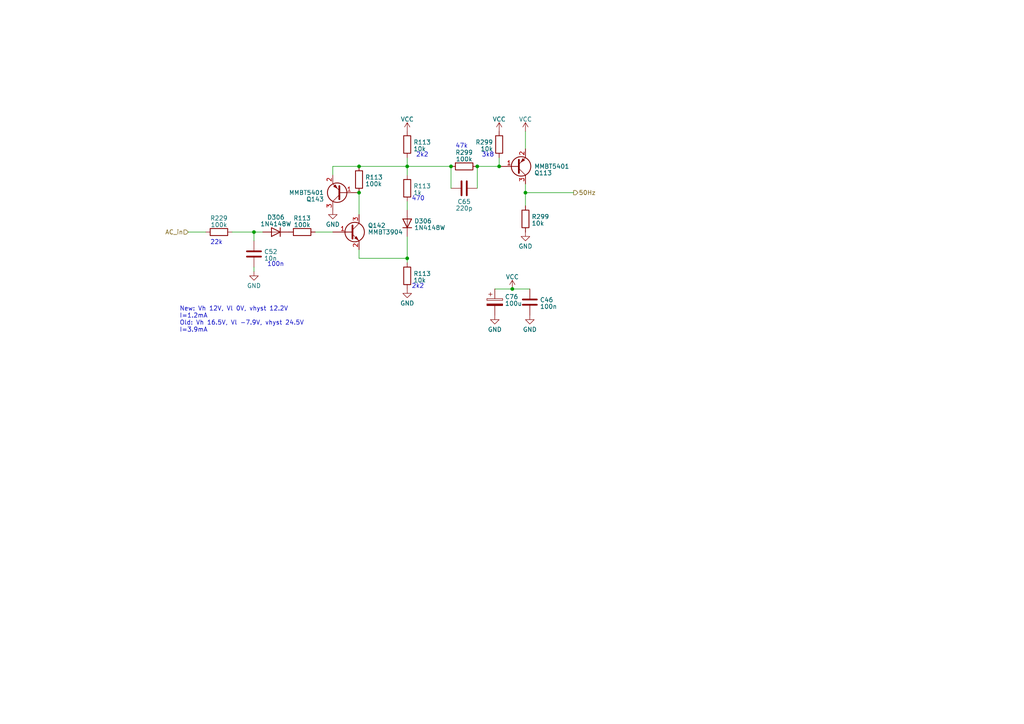
<source format=kicad_sch>
(kicad_sch (version 20230121) (generator eeschema)
  (paper "A4")
  (title_block (title "Transistor clock") (date "2023-09-26") (rev "A") (company "Xavier Bourlot"))
  (lib_symbols
    (symbol "Device:C" (pin_numbers hide) (pin_names (offset 0.254))
      (property "Reference" "C" (at 0.635 2.54 0))
      (property "Value" "C" (at 0.635 -2.54 0))
      (symbol "C_0_1"
        (polyline (pts (xy -2.032 -0.762) (xy 2.032 -0.762)) (stroke (width 0.508)))
        (polyline (pts (xy -2.032 0.762) (xy 2.032 0.762)) (stroke (width 0.508)))
      )
      (symbol "C_1_1"
        (pin passive line (at 0 3.81 270) (length 2.794) (name "~") (number "1"))
        (pin passive line (at 0 -3.81 90) (length 2.794) (name "~") (number "2"))
      )
    )
    (symbol "Device:C_Polarized" (pin_numbers hide) (pin_names (offset 0.254))
      (property "Reference" "C" (at 0.635 2.54 0))
      (property "Value" "C_Polarized" (at 0.635 -2.54 0))
      (symbol "C_Polarized_0_1"
        (rectangle (start -2.286 0.508) (end 2.286 1.016))
        (polyline (pts (xy -1.778 2.286) (xy -0.762 2.286)))
        (polyline (pts (xy -1.27 2.794) (xy -1.27 1.778)))
        (rectangle (start 2.286 -0.508) (end -2.286 -1.016) (fill (type outline)))
      )
      (symbol "C_Polarized_1_1"
        (pin passive line (at 0 3.81 270) (length 2.794) (name "~") (number "1"))
        (pin passive line (at 0 -3.81 90) (length 2.794) (name "~") (number "2"))
      )
    )
    (symbol "Device:D" (pin_numbers hide) (pin_names (offset 1.016) hide)
      (property "Reference" "D" (at 0 2.54 0))
      (property "Value" "D" (at 0 -2.54 0))
      (symbol "D_0_1"
        (polyline (pts (xy -1.27 1.27) (xy -1.27 -1.27)) (stroke (width 0.254)))
        (polyline (pts (xy 1.27 0) (xy -1.27 0)))
        (polyline (pts (xy 1.27 1.27) (xy 1.27 -1.27) (xy -1.27 0) (xy 1.27 1.27)) (stroke (width 0.254)))
      )
      (symbol "D_1_1"
        (pin passive line (at -3.81 0 0) (length 2.54) (name "K") (number "1"))
        (pin passive line (at 3.81 0 180) (length 2.54) (name "A") (number "2"))
      )
    )
    (symbol "Device:R" (pin_numbers hide) (pin_names (offset 0))
      (property "Reference" "R" (at 2.032 0 90))
      (property "Value" "R" (at 0 0 90))
      (symbol "R_0_1"
        (rectangle (start -1.016 -2.54) (end 1.016 2.54) (stroke (width 0.254)))
      )
      (symbol "R_1_1"
        (pin passive line (at 0 3.81 270) (length 1.27) (name "~") (number "1"))
        (pin passive line (at 0 -3.81 90) (length 1.27) (name "~") (number "2"))
      )
    )
    (symbol "Transistor_BJT:MMBT3904" (pin_names (offset 0) hide)
      (property "Reference" "Q" (at 5.08 1.905 0))
      (property "Value" "MMBT3904" (at 5.08 0 0))
      (symbol "MMBT3904_0_1"
        (polyline (pts (xy 0.635 0.635) (xy 2.54 2.54)))
        (polyline (pts (xy 0.635 -0.635) (xy 2.54 -2.54) (xy 2.54 -2.54)))
        (polyline (pts (xy 0.635 1.905) (xy 0.635 -1.905) (xy 0.635 -1.905)) (stroke (width 0.508)))
        (polyline (pts (xy 1.27 -1.778) (xy 1.778 -1.27) (xy 2.286 -2.286) (xy 1.27 -1.778) (xy 1.27 -1.778)) (fill (type outline)))
        (circle (center 1.27 0) (radius 2.8194) (stroke (width 0.254)))
      )
      (symbol "MMBT3904_1_1"
        (pin input line (at -5.08 0 0) (length 5.715) (name "B") (number "1"))
        (pin passive line (at 2.54 -5.08 90) (length 2.54) (name "E") (number "2"))
        (pin passive line (at 2.54 5.08 270) (length 2.54) (name "C") (number "3"))
      )
    )
    (symbol "Transistor_BJT:MMBT3906" (pin_names (offset 0) hide)
      (property "Reference" "Q" (at 5.08 1.905 0))
      (property "Value" "MMBT3906" (at 5.08 0 0))
      (symbol "MMBT3906_0_1"
        (polyline (pts (xy 0.635 0.635) (xy 2.54 2.54)))
        (polyline (pts (xy 0.635 -0.635) (xy 2.54 -2.54) (xy 2.54 -2.54)))
        (polyline (pts (xy 0.635 1.905) (xy 0.635 -1.905) (xy 0.635 -1.905)) (stroke (width 0.508)))
        (polyline (pts (xy 2.286 -1.778) (xy 1.778 -2.286) (xy 1.27 -1.27) (xy 2.286 -1.778) (xy 2.286 -1.778)) (fill (type outline)))
        (circle (center 1.27 0) (radius 2.8194) (stroke (width 0.254)))
      )
      (symbol "MMBT3906_1_1"
        (pin input line (at -5.08 0 0) (length 5.715) (name "B") (number "1"))
        (pin passive line (at 2.54 -5.08 90) (length 2.54) (name "E") (number "2"))
        (pin passive line (at 2.54 5.08 270) (length 2.54) (name "C") (number "3"))
      )
    )
    (symbol "power:GND" (power) (pin_names (offset 0))
      (property "Value" "GND" (at 0 -3.81 0))
      (symbol "GND_0_1"
        (polyline (pts (xy 0 0) (xy 0 -1.27) (xy 1.27 -1.27) (xy 0 -2.54) (xy -1.27 -1.27) (xy 0 -1.27)))
      )
      (symbol "GND_1_1"
        (pin power_in line (at 0 0 270) (length 0) hide (name "GND") (number "1"))
      )
    )
    (symbol "power:VCC" (power) (pin_names (offset 0))
      (property "Value" "VCC" (at 0 3.81 0))
      (symbol "VCC_0_1"
        (polyline (pts (xy -0.762 1.27) (xy 0 2.54)))
        (polyline (pts (xy 0 0) (xy 0 2.54)))
        (polyline (pts (xy 0 2.54) (xy 0.762 1.27)))
      )
      (symbol "VCC_1_1"
        (pin power_in line (at 0 0 90) (length 0) hide (name "VCC") (number "1"))
      )
    )
  )
  (junction (at 73.66 67.31))
  (junction (at 104.14 48.26))
  (junction (at 138.43 48.26))
  (junction (at 144.78 48.26))
  (junction (at 118.11 48.26))
  (junction (at 118.11 74.93))
  (junction (at 104.14 55.88))
  (junction (at 148.59 83.82))
  (junction (at 152.4 55.88))
  (junction (at 130.81 48.26))
  (wire (pts (xy 96.52 50.8) (xy 96.52 48.26)))
  (wire (pts (xy 138.43 48.26) (xy 144.78 48.26)))
  (wire (pts (xy 152.4 38.1) (xy 152.4 43.18)))
  (wire (pts (xy 118.11 74.93) (xy 104.14 74.93)))
  (wire (pts (xy 152.4 55.88) (xy 152.4 53.34)))
  (wire (pts (xy 118.11 48.26) (xy 130.81 48.26)))
  (wire (pts (xy 118.11 58.42) (xy 118.11 60.96)))
  (wire (pts (xy 118.11 45.72) (xy 118.11 48.26)))
  (wire (pts (xy 118.11 48.26) (xy 118.11 50.8)))
  (wire (pts (xy 144.78 45.72) (xy 144.78 48.26)))
  (wire (pts (xy 104.14 48.26) (xy 118.11 48.26)))
  (wire (pts (xy 104.14 74.93) (xy 104.14 72.39)))
  (wire (pts (xy 73.66 77.47) (xy 73.66 78.74)))
  (wire (pts (xy 73.66 69.85) (xy 73.66 67.31)))
  (wire (pts (xy 73.66 67.31) (xy 67.31 67.31)))
  (wire (pts (xy 152.4 55.88) (xy 166.37 55.88)))
  (wire (pts (xy 96.52 48.26) (xy 104.14 48.26)))
  (wire (pts (xy 118.11 68.58) (xy 118.11 74.93)))
  (wire (pts (xy 76.2 67.31) (xy 73.66 67.31)))
  (wire (pts (xy 130.81 48.26) (xy 130.81 54.61)))
  (wire (pts (xy 143.51 83.82) (xy 148.59 83.82)))
  (wire (pts (xy 104.14 55.88) (xy 104.14 62.23)))
  (wire (pts (xy 152.4 59.69) (xy 152.4 55.88)))
  (wire (pts (xy 59.69 67.31) (xy 54.61 67.31)))
  (wire (pts (xy 118.11 76.2) (xy 118.11 74.93)))
  (wire (pts (xy 148.59 83.82) (xy 153.67 83.82)))
  (wire (pts (xy 138.43 48.26) (xy 138.43 54.61)))
  (wire (pts (xy 96.52 67.31) (xy 91.44 67.31)))
  (text "22k" (at 60.96 71.12 0) (effects (font (size 1.27 1.27)) (justify left bottom)))
  (text "100n" (at 77.47 77.47 0) (effects (font (size 1.27 1.27)) (justify left bottom)))
  (text "470" (at 119.38 58.42 0) (effects (font (size 1.27 1.27)) (justify left bottom)))
  (text "New: Vh 12V, Vl 0V, vhyst 12.2V\nI=1.2mA\nOld: Vh 16.5V, Vl -7.9V, vhyst 24.5V\nI=3.9mA" (at 52.07 96.52 0) (effects (font (size 1.27 1.27)) (justify left bottom)))
  (text "47k" (at 132.08 43.18 0) (effects (font (size 1.27 1.27)) (justify left bottom)))
  (text "2k2" (at 120.65 45.72 0) (effects (font (size 1.27 1.27)) (justify left bottom)))
  (text "2k2" (at 119.38 83.82 0) (effects (font (size 1.27 1.27)) (justify left bottom)))
  (text "3k8" (at 139.7 45.72 0) (effects (font (size 1.27 1.27)) (justify left bottom)))
  (hierarchical_label "50Hz" (shape output) (at 166.37 55.88 0))
  (hierarchical_label "AC_in" (shape input) (at 54.61 67.31 180))
  (symbol (lib_id "Device:R") (at 152.4 63.5 180) (unit 1)
    (property "Reference" "R299" (at 154.178 62.8563 0) (effects (justify right)))
    (property "Value" "10k" (at 154.178 64.7773 0) (effects (justify right)))
    (property "Footprint" "Resistor_SMD:R_0603_1608Metric" (effects hide))
    (property "Assembly" "True" (effects hide))
    (property "LCSC_PN" "C25804" (effects hide))
    (property "Price" "0.0008" (effects hide))
    (instances (project "transistor_clock" (path "" (reference "R299") (unit 1)) (path "" (reference "R103") (unit 1)) (path "" (reference "R107") (unit 1)) (path "" (reference "R137") (unit 1)) (path "" (reference "R207") (unit 1)) (path "" (reference "R263") (unit 1)) (path "" (reference "R275") (unit 1)) (path "" (reference "R279") (unit 1)) (path "" (reference "R283") (unit 1)) (path "" (reference "R287") (unit 1)) (path "" (reference "R291") (unit 1)) (path "" (reference "R295") (unit 1)) (path "" (reference "R271") (unit 1)) (path "" (reference "R255") (unit 1)) (path "" (reference "R259") (unit 1)) (path "" (reference "R83") (unit 1)) (path "" (reference "R71") (unit 1)) (path "" (reference "R63") (unit 1)) (path "" (reference "R175") (unit 1)) (path "" (reference "R217") (unit 1)) (path "" (reference "R89") (unit 1)) (path "" (reference "R77") (unit 1)) (path "" (reference "R39") (unit 1)) (path "" (reference "R35") (unit 1)) (path "" (reference "R31") (unit 1)) (path "" (reference "R27") (unit 1)) (path "" (reference "R225") (unit 1)) (path "" (reference "R23") (unit 1)) (path "" (reference "R165") (unit 1)) (path "" (reference "R141") (unit 1)) (path "" (reference "R113") (unit 1)) (path "" (reference "R265") (unit 1)) (path "" (reference "R229") (unit 1)) (path "" (reference "R221") (unit 1)) (path "" (reference "R179") (unit 1)) (path "" (reference "R169") (unit 1)) (path "" (reference "R157") (unit 1)) (path "" (reference "R147") (unit 1)) (path "" (reference "R195") (unit 1)) (path "" (reference "R15") (unit 1)) (path "" (reference "R199") (unit 1)) (path "" (reference "R97") (unit 1)) (path "" (reference "R123") (unit 1)) (path "" (reference "R183") (unit 1)) (path "" (reference "R151") (unit 1)) (path "" (reference "R267") (unit 1)) (path "" (reference "R191") (unit 1))))
  )
  (symbol (lib_id "power:GND") (at 73.66 78.74 0) (unit 1)
    (property "Reference" "#PWR0257" (effects hide))
    (property "Value" "GND" (at 73.66 82.8755 0))
    (instances (project "transistor_clock" (path "" (reference "#PWR0257") (unit 1)) (path "" (reference "#PWR074") (unit 1)) (path "" (reference "#PWR0103") (unit 1)) (path "" (reference "#PWR0180") (unit 1)) (path "" (reference "#PWR023") (unit 1)) (path "" (reference "#PWR036") (unit 1)) (path "" (reference "#PWR0149") (unit 1)) (path "" (reference "#PWR0154") (unit 1)) (path "" (reference "#PWR0162") (unit 1)) (path "" (reference "#PWR0167") (unit 1)) (path "" (reference "#PWR0198") (unit 1)) (path "" (reference "#PWR0200") (unit 1)) (path "" (reference "#PWR0166") (unit 1)) (path "" (reference "#PWR0112") (unit 1)) (path "" (reference "#PWR0145") (unit 1)) (path "" (reference "#PWR081") (unit 1)) (path "" (reference "#PWR0232") (unit 1)) (path "" (reference "#PWR0178") (unit 1)) (path "" (reference "#PWR0227") (unit 1)) (path "" (reference "#PWR0150") (unit 1)) (path "" (reference "#PWR0168") (unit 1)) (path "" (reference "#PWR0125") (unit 1)) (path "" (reference "#PWR089") (unit 1)) (path "" (reference "#PWR0225") (unit 1)) (path "" (reference "#PWR0224") (unit 1)) (path "" (reference "#PWR0235") (unit 1)) (path "" (reference "#PWR0234") (unit 1)) (path "" (reference "#PWR0233") (unit 1)) (path "" (reference "#PWR0226") (unit 1)) (path "" (reference "#PWR0231") (unit 1)) (path "" (reference "#PWR0230") (unit 1)) (path "" (reference "#PWR0229") (unit 1)) (path "" (reference "#PWR0228") (unit 1)) (path "" (reference "#PWR0187") (unit 1)) (path "" (reference "#PWR0144") (unit 1)) (path "" (reference "#PWR0108") (unit 1)) (path "" (reference "#PWR0107") (unit 1)) (path "" (reference "#PWR0179") (unit 1)) (path "" (reference "#PWR0199") (unit 1)) (path "" (reference "#PWR037") (unit 1)) (path "" (reference "#PWR038") (unit 1)) (path "" (reference "#PWR039") (unit 1)) (path "" (reference "#PWR040") (unit 1)) (path "" (reference "#PWR085") (unit 1)) (path "" (reference "#PWR093") (unit 1)) (path "" (reference "#PWR0161") (unit 1)) (path "" (reference "#PWR0197") (unit 1))))
  )
  (symbol (lib_id "Transistor_BJT:MMBT3906") (at 149.86 48.26 0) (mirror x) (unit 1)
    (property "Reference" "Q113" (at 154.94 50.165 0) (effects (justify left)))
    (property "Value" "MMBT5401" (at 154.94 48.26 0) (effects (justify left)))
    (property "Footprint" "Package_TO_SOT_SMD:SOT-23" (effects hide))
    (property "Datasheet" "https://www.onsemi.com/pub/Collateral/2N3906-D.PDF" (effects hide))
    (property "Assembly" "True" (effects hide))
    (property "LCSC_PN" "C8326" (effects hide))
    (property "Price" "0.0137" (effects hide))
    (instances (project "transistor_clock" (path "" (reference "Q113") (unit 1)) (path "" (reference "Q30") (unit 1)) (path "" (reference "Q81") (unit 1)) (path "" (reference "Q102") (unit 1)) (path "" (reference "Q47") (unit 1)) (path "" (reference "Q10") (unit 1)) (path "" (reference "Q60") (unit 1)) (path "" (reference "Q34") (unit 1)) (path "" (reference "Q77") (unit 1)) (path "" (reference "Q83") (unit 1)) (path "" (reference "Q88") (unit 1)) (path "" (reference "Q109") (unit 1)) (path "" (reference "Q86") (unit 1)) (path "" (reference "Q128") (unit 1)) (path "" (reference "Q55") (unit 1)) (path "" (reference "Q69") (unit 1)) (path "" (reference "Q135") (unit 1)) (path "" (reference "Q127") (unit 1)) (path "" (reference "Q74") (unit 1)) (path "" (reference "Q9") (unit 1)) (path "" (reference "Q98") (unit 1)) (path "" (reference "Q125") (unit 1)) (path "" (reference "Q123") (unit 1)) (path "" (reference "Q145") (unit 1)) (path "" (reference "Q143") (unit 1)) (path "" (reference "Q141") (unit 1)) (path "" (reference "Q139") (unit 1)) (path "" (reference "Q137") (unit 1)) (path "" (reference "Q90") (unit 1)) (path "" (reference "Q133") (unit 1)) (path "" (reference "Q131") (unit 1)) (path "" (reference "Q129") (unit 1)) (path "" (reference "Q40") (unit 1)) (path "" (reference "Q67") (unit 1)) (path "" (reference "Q52") (unit 1)) (path "" (reference "Q50") (unit 1)) (path "" (reference "Q96") (unit 1)) (path "" (reference "Q107") (unit 1)) (path "" (reference "Q111") (unit 1)) (path "" (reference "Q12") (unit 1)) (path "" (reference "Q14") (unit 1)) (path "" (reference "Q16") (unit 1)) (path "" (reference "Q18") (unit 1)) (path "" (reference "Q37") (unit 1)) (path "" (reference "Q43") (unit 1)) (path "" (reference "Q72") (unit 1)) (path "" (reference "Q94") (unit 1))))
  )
  (symbol (lib_id "Device:C") (at 153.67 87.63 180) (unit 1)
    (property "Reference" "C46" (at 156.591 86.9863 0) (effects (justify right)))
    (property "Value" "100n" (at 156.591 88.9073 0) (effects (justify right)))
    (property "Footprint" "Capacitor_SMD:C_0603_1608Metric" (effects hide))
    (property "LCSC_PN" "C14663" (effects hide))
    (property "Price" "0.0021" (effects hide))
    (instances (project "transistor_clock" (path "" (reference "C46") (unit 1)) (path "" (reference "C33") (unit 1)) (path "" (reference "C2") (unit 1)) (path "" (reference "C1") (unit 1)) (path "" (reference "C77") (unit 1)) (path "" (reference "C54") (unit 1)) (path "" (reference "C51") (unit 1)) (path "" (reference "C80") (unit 1))))
  )
  (symbol (lib_id "power:GND") (at 96.52 60.96 0) (unit 1)
    (property "Reference" "#PWR0258" (effects hide))
    (property "Value" "GND" (at 96.52 65.0955 0))
    (instances (project "transistor_clock" (path "" (reference "#PWR0258") (unit 1)) (path "" (reference "#PWR074") (unit 1)) (path "" (reference "#PWR0103") (unit 1)) (path "" (reference "#PWR0180") (unit 1)) (path "" (reference "#PWR023") (unit 1)) (path "" (reference "#PWR036") (unit 1)) (path "" (reference "#PWR0149") (unit 1)) (path "" (reference "#PWR0154") (unit 1)) (path "" (reference "#PWR0162") (unit 1)) (path "" (reference "#PWR0167") (unit 1)) (path "" (reference "#PWR0198") (unit 1)) (path "" (reference "#PWR0200") (unit 1)) (path "" (reference "#PWR0166") (unit 1)) (path "" (reference "#PWR0112") (unit 1)) (path "" (reference "#PWR0145") (unit 1)) (path "" (reference "#PWR081") (unit 1)) (path "" (reference "#PWR0232") (unit 1)) (path "" (reference "#PWR0178") (unit 1)) (path "" (reference "#PWR0227") (unit 1)) (path "" (reference "#PWR0150") (unit 1)) (path "" (reference "#PWR0168") (unit 1)) (path "" (reference "#PWR0125") (unit 1)) (path "" (reference "#PWR089") (unit 1)) (path "" (reference "#PWR0225") (unit 1)) (path "" (reference "#PWR0224") (unit 1)) (path "" (reference "#PWR0235") (unit 1)) (path "" (reference "#PWR0234") (unit 1)) (path "" (reference "#PWR0233") (unit 1)) (path "" (reference "#PWR0226") (unit 1)) (path "" (reference "#PWR0231") (unit 1)) (path "" (reference "#PWR0230") (unit 1)) (path "" (reference "#PWR0229") (unit 1)) (path "" (reference "#PWR0228") (unit 1)) (path "" (reference "#PWR0187") (unit 1)) (path "" (reference "#PWR0144") (unit 1)) (path "" (reference "#PWR0108") (unit 1)) (path "" (reference "#PWR0107") (unit 1)) (path "" (reference "#PWR0179") (unit 1)) (path "" (reference "#PWR0199") (unit 1)) (path "" (reference "#PWR037") (unit 1)) (path "" (reference "#PWR038") (unit 1)) (path "" (reference "#PWR039") (unit 1)) (path "" (reference "#PWR040") (unit 1)) (path "" (reference "#PWR085") (unit 1)) (path "" (reference "#PWR093") (unit 1)) (path "" (reference "#PWR0161") (unit 1)) (path "" (reference "#PWR0197") (unit 1))))
  )
  (symbol (lib_id "Device:D") (at 80.01 67.31 180) (unit 1)
    (property "Reference" "D306" (at 80.01 63.0301 0))
    (property "Value" "1N4148W" (at 80.01 64.9511 0))
    (property "Footprint" "Diode_SMD:D_SOD-123" (effects hide))
    (property "Sim.Device" "D" (effects hide))
    (property "Sim.Pins" "1=K 2=A" (effects hide))
    (property "Assembly" "True" (effects hide))
    (property "LCSC_PN" "C81598" (effects hide))
    (property "Price" "0.0061" (effects hide))
    (instances (project "transistor_clock" (path "" (reference "D306") (unit 1)) (path "" (reference "D277") (unit 1)) (path "" (reference "D141") (unit 1)) (path "" (reference "D142") (unit 1)) (path "" (reference "D252") (unit 1)) (path "" (reference "D134") (unit 1)) (path "" (reference "D300") (unit 1)) (path "" (reference "D301") (unit 1)) (path "" (reference "D302") (unit 1)) (path "" (reference "D303") (unit 1)) (path "" (reference "D304") (unit 1)) (path "" (reference "D305") (unit 1)) (path "" (reference "D299") (unit 1)) (path "" (reference "D307") (unit 1)) (path "" (reference "D296") (unit 1)) (path "" (reference "D297") (unit 1)) (path "" (reference "D285") (unit 1)) (path "" (reference "D127") (unit 1)) (path "" (reference "D264") (unit 1)) (path "" (reference "D269") (unit 1)) (path "" (reference "D261") (unit 1)) (path "" (reference "D136") (unit 1)) (path "" (reference "D132") (unit 1)) (path "" (reference "D62") (unit 1)) (path "" (reference "D61") (unit 1)) (path "" (reference "D60") (unit 1)) (path "" (reference "D59") (unit 1)) (path "" (reference "D287") (unit 1)) (path "" (reference "D255") (unit 1)) (path "" (reference "D130") (unit 1)) (path "" (reference "D253") (unit 1)) (path "" (reference "D144") (unit 1)) (path "" (reference "D299") (unit 1)) (path "" (reference "D288") (unit 1)) (path "" (reference "D286") (unit 1)) (path "" (reference "D265") (unit 1)) (path "" (reference "D262") (unit 1)) (path "" (reference "D258") (unit 1)) (path "" (reference "D148") (unit 1)) (path "" (reference "D58") (unit 1)) (path "" (reference "D139") (unit 1)) (path "" (reference "D281") (unit 1)) (path "" (reference "D278") (unit 1)) (path "" (reference "D22") (unit 1)) (path "" (reference "D256") (unit 1)) (path "" (reference "D298") (unit 1)) (path "" (reference "D266") (unit 1))))
  )
  (symbol (lib_id "Device:C") (at 73.66 73.66 180) (unit 1)
    (property "Reference" "C52" (at 76.581 73.0163 0) (effects (justify right)))
    (property "Value" "10n" (at 76.581 74.9373 0) (effects (justify right)))
    (property "Footprint" "Capacitor_SMD:C_0603_1608Metric" (effects hide))
    (property "LCSC_PN" "C57112" (effects hide))
    (property "Price" "0.0022" (effects hide))
    (instances (project "transistor_clock" (path "" (reference "C52") (unit 1)) (path "" (reference "C13") (unit 1)) (path "" (reference "C37") (unit 1)) (path "" (reference "C48") (unit 1)) (path "" (reference "C21") (unit 1)) (path "" (reference "C5") (unit 1)) (path "" (reference "C28") (unit 1)) (path "" (reference "C14") (unit 1)) (path "" (reference "C36") (unit 1)) (path "" (reference "C38") (unit 1)) (path "" (reference "C40") (unit 1)) (path "" (reference "C50") (unit 1)) (path "" (reference "C39") (unit 1)) (path "" (reference "C77") (unit 1)) (path "" (reference "C24") (unit 1)) (path "" (reference "C33") (unit 1)) (path "" (reference "C62") (unit 1)) (path "" (reference "C58") (unit 1)) (path "" (reference "C35") (unit 1)) (path "" (reference "C1") (unit 1)) (path "" (reference "C47") (unit 1)) (path "" (reference "C57") (unit 1)) (path "" (reference "C56") (unit 1)) (path "" (reference "C67") (unit 1)) (path "" (reference "C66") (unit 1)) (path "" (reference "C65") (unit 1)) (path "" (reference "C64") (unit 1)) (path "" (reference "C63") (unit 1)) (path "" (reference "C41") (unit 1)) (path "" (reference "C61") (unit 1)) (path "" (reference "C60") (unit 1)) (path "" (reference "C59") (unit 1)) (path "" (reference "C16") (unit 1)) (path "" (reference "C32") (unit 1)) (path "" (reference "C23") (unit 1)) (path "" (reference "C22") (unit 1)) (path "" (reference "C46") (unit 1)) (path "" (reference "C49") (unit 1)) (path "" (reference "C51") (unit 1)) (path "" (reference "C6") (unit 1)) (path "" (reference "C7") (unit 1)) (path "" (reference "C8") (unit 1)) (path "" (reference "C9") (unit 1)) (path "" (reference "C15") (unit 1)) (path "" (reference "C17") (unit 1)) (path "" (reference "C34") (unit 1)) (path "" (reference "C45") (unit 1))))
  )
  (symbol (lib_id "power:VCC") (at 148.59 83.82 0) (unit 1)
    (property "Reference" "#PWR022" (effects hide))
    (property "Value" "VCC" (at 148.59 80.3181 0))
    (instances (project "transistor_clock" (path "" (reference "#PWR022") (unit 1)) (path "" (reference "#PWR0114") (unit 1)) (path "" (reference "#PWR0133") (unit 1)) (path "" (reference "#PWR0164") (unit 1)) (path "" (reference "#PWR0191") (unit 1)) (path "" (reference "#PWR0261") (unit 1)) (path "" (reference "#PWR0263") (unit 1))))
  )
  (symbol (lib_id "Device:R") (at 118.11 54.61 180) (unit 1)
    (property "Reference" "R113" (at 119.888 53.9663 0) (effects (justify right)))
    (property "Value" "1k" (at 119.888 55.8873 0) (effects (justify right)))
    (property "Footprint" "Resistor_SMD:R_0603_1608Metric" (effects hide))
    (property "Assembly" "True" (effects hide))
    (property "LCSC_PN" "C21190" (effects hide))
    (property "Price" "0.0005" (effects hide))
    (instances (project "transistor_clock" (path "" (reference "R113") (unit 1)) (path "" (reference "R199") (unit 1)) (path "" (reference "R15") (unit 1)) (path "" (reference "R195") (unit 1)) (path "" (reference "R147") (unit 1)) (path "" (reference "R165") (unit 1)) (path "" (reference "R157") (unit 1)) (path "" (reference "R169") (unit 1)) (path "" (reference "R179") (unit 1)) (path "" (reference "R221") (unit 1)) (path "" (reference "R229") (unit 1)) (path "" (reference "R261") (unit 1)) (path "" (reference "R63") (unit 1)) (path "" (reference "R141") (unit 1)) (path "" (reference "R71") (unit 1)) (path "" (reference "R23") (unit 1)) (path "" (reference "R287") (unit 1)) (path "" (reference "R191") (unit 1)) (path "" (reference "R271") (unit 1)) (path "" (reference "R151") (unit 1)) (path "" (reference "R183") (unit 1)) (path "" (reference "R123") (unit 1)) (path "" (reference "R83") (unit 1)) (path "" (reference "R259") (unit 1)) (path "" (reference "R255") (unit 1)) (path "" (reference "R299") (unit 1)) (path "" (reference "R295") (unit 1)) (path "" (reference "R291") (unit 1)) (path "" (reference "R267") (unit 1)) (path "" (reference "R283") (unit 1)) (path "" (reference "R279") (unit 1)) (path "" (reference "R275") (unit 1)) (path "" (reference "R263") (unit 1)) (path "" (reference "R97") (unit 1)) (path "" (reference "R207") (unit 1)) (path "" (reference "R137") (unit 1)) (path "" (reference "R107") (unit 1)) (path "" (reference "R103") (unit 1)) (path "" (reference "R217") (unit 1)) (path "" (reference "R225") (unit 1)) (path "" (reference "R27") (unit 1)) (path "" (reference "R31") (unit 1)) (path "" (reference "R35") (unit 1)) (path "" (reference "R39") (unit 1)) (path "" (reference "R77") (unit 1)) (path "" (reference "R89") (unit 1)) (path "" (reference "R175") (unit 1))))
  )
  (symbol (lib_id "Device:R") (at 104.14 52.07 180) (unit 1)
    (property "Reference" "R113" (at 105.918 51.4263 0) (effects (justify right)))
    (property "Value" "100k" (at 105.918 53.3473 0) (effects (justify right)))
    (property "Footprint" "Resistor_SMD:R_0603_1608Metric" (effects hide))
    (property "Assembly" "True" (effects hide))
    (property "LCSC_PN" "C25803" (effects hide))
    (property "Price" "0.0009" (effects hide))
    (instances (project "transistor_clock" (path "" (reference "R113") (unit 1)) (path "" (reference "R199") (unit 1)) (path "" (reference "R15") (unit 1)) (path "" (reference "R195") (unit 1)) (path "" (reference "R147") (unit 1)) (path "" (reference "R165") (unit 1)) (path "" (reference "R157") (unit 1)) (path "" (reference "R169") (unit 1)) (path "" (reference "R179") (unit 1)) (path "" (reference "R221") (unit 1)) (path "" (reference "R229") (unit 1)) (path "" (reference "R259") (unit 1)) (path "" (reference "R63") (unit 1)) (path "" (reference "R141") (unit 1)) (path "" (reference "R71") (unit 1)) (path "" (reference "R23") (unit 1)) (path "" (reference "R287") (unit 1)) (path "" (reference "R191") (unit 1)) (path "" (reference "R271") (unit 1)) (path "" (reference "R151") (unit 1)) (path "" (reference "R183") (unit 1)) (path "" (reference "R123") (unit 1)) (path "" (reference "R83") (unit 1)) (path "" (reference "R259") (unit 1)) (path "" (reference "R255") (unit 1)) (path "" (reference "R299") (unit 1)) (path "" (reference "R295") (unit 1)) (path "" (reference "R291") (unit 1)) (path "" (reference "R267") (unit 1)) (path "" (reference "R283") (unit 1)) (path "" (reference "R279") (unit 1)) (path "" (reference "R275") (unit 1)) (path "" (reference "R263") (unit 1)) (path "" (reference "R97") (unit 1)) (path "" (reference "R207") (unit 1)) (path "" (reference "R137") (unit 1)) (path "" (reference "R107") (unit 1)) (path "" (reference "R103") (unit 1)) (path "" (reference "R217") (unit 1)) (path "" (reference "R225") (unit 1)) (path "" (reference "R27") (unit 1)) (path "" (reference "R31") (unit 1)) (path "" (reference "R35") (unit 1)) (path "" (reference "R39") (unit 1)) (path "" (reference "R77") (unit 1)) (path "" (reference "R89") (unit 1)) (path "" (reference "R175") (unit 1))))
  )
  (symbol (lib_id "Device:R") (at 144.78 41.91 0) (mirror x) (unit 1)
    (property "Reference" "R299" (at 143.0021 41.2663 0) (effects (justify right)))
    (property "Value" "10k" (at 143.0021 43.1873 0) (effects (justify right)))
    (property "Footprint" "Resistor_SMD:R_0603_1608Metric" (effects hide))
    (property "Assembly" "True" (effects hide))
    (property "LCSC_PN" "C25804" (effects hide))
    (property "Price" "0.0008" (effects hide))
    (instances (project "transistor_clock" (path "" (reference "R299") (unit 1)) (path "" (reference "R103") (unit 1)) (path "" (reference "R107") (unit 1)) (path "" (reference "R137") (unit 1)) (path "" (reference "R207") (unit 1)) (path "" (reference "R263") (unit 1)) (path "" (reference "R275") (unit 1)) (path "" (reference "R279") (unit 1)) (path "" (reference "R283") (unit 1)) (path "" (reference "R287") (unit 1)) (path "" (reference "R291") (unit 1)) (path "" (reference "R295") (unit 1)) (path "" (reference "R271") (unit 1)) (path "" (reference "R255") (unit 1)) (path "" (reference "R259") (unit 1)) (path "" (reference "R83") (unit 1)) (path "" (reference "R71") (unit 1)) (path "" (reference "R63") (unit 1)) (path "" (reference "R175") (unit 1)) (path "" (reference "R217") (unit 1)) (path "" (reference "R89") (unit 1)) (path "" (reference "R77") (unit 1)) (path "" (reference "R39") (unit 1)) (path "" (reference "R35") (unit 1)) (path "" (reference "R31") (unit 1)) (path "" (reference "R27") (unit 1)) (path "" (reference "R225") (unit 1)) (path "" (reference "R23") (unit 1)) (path "" (reference "R165") (unit 1)) (path "" (reference "R141") (unit 1)) (path "" (reference "R113") (unit 1)) (path "" (reference "R264") (unit 1)) (path "" (reference "R229") (unit 1)) (path "" (reference "R221") (unit 1)) (path "" (reference "R179") (unit 1)) (path "" (reference "R169") (unit 1)) (path "" (reference "R157") (unit 1)) (path "" (reference "R147") (unit 1)) (path "" (reference "R195") (unit 1)) (path "" (reference "R15") (unit 1)) (path "" (reference "R199") (unit 1)) (path "" (reference "R97") (unit 1)) (path "" (reference "R123") (unit 1)) (path "" (reference "R183") (unit 1)) (path "" (reference "R151") (unit 1)) (path "" (reference "R267") (unit 1)) (path "" (reference "R191") (unit 1))))
  )
  (symbol (lib_id "power:VCC") (at 144.78 38.1 0) (unit 1)
    (property "Reference" "#PWR022" (effects hide))
    (property "Value" "VCC" (at 144.78 34.5981 0))
    (instances (project "transistor_clock" (path "" (reference "#PWR022") (unit 1)) (path "" (reference "#PWR0114") (unit 1)) (path "" (reference "#PWR0133") (unit 1)) (path "" (reference "#PWR0164") (unit 1)) (path "" (reference "#PWR0191") (unit 1)) (path "" (reference "#PWR0202") (unit 1)) (path "" (reference "#PWR0214") (unit 1)) (path "" (reference "#PWR0262") (unit 1))))
  )
  (symbol (lib_id "power:GND") (at 118.11 83.82 0) (unit 1)
    (property "Reference" "#PWR0260" (effects hide))
    (property "Value" "GND" (at 118.11 87.9555 0))
    (instances (project "transistor_clock" (path "" (reference "#PWR0260") (unit 1)) (path "" (reference "#PWR074") (unit 1)) (path "" (reference "#PWR0103") (unit 1)) (path "" (reference "#PWR0180") (unit 1)) (path "" (reference "#PWR023") (unit 1)) (path "" (reference "#PWR036") (unit 1)) (path "" (reference "#PWR0149") (unit 1)) (path "" (reference "#PWR0154") (unit 1)) (path "" (reference "#PWR0162") (unit 1)) (path "" (reference "#PWR0167") (unit 1)) (path "" (reference "#PWR0198") (unit 1)) (path "" (reference "#PWR0200") (unit 1)) (path "" (reference "#PWR0166") (unit 1)) (path "" (reference "#PWR0112") (unit 1)) (path "" (reference "#PWR0145") (unit 1)) (path "" (reference "#PWR081") (unit 1)) (path "" (reference "#PWR0232") (unit 1)) (path "" (reference "#PWR0178") (unit 1)) (path "" (reference "#PWR0227") (unit 1)) (path "" (reference "#PWR0150") (unit 1)) (path "" (reference "#PWR0168") (unit 1)) (path "" (reference "#PWR0125") (unit 1)) (path "" (reference "#PWR089") (unit 1)) (path "" (reference "#PWR0225") (unit 1)) (path "" (reference "#PWR0224") (unit 1)) (path "" (reference "#PWR0235") (unit 1)) (path "" (reference "#PWR0234") (unit 1)) (path "" (reference "#PWR0233") (unit 1)) (path "" (reference "#PWR0226") (unit 1)) (path "" (reference "#PWR0231") (unit 1)) (path "" (reference "#PWR0230") (unit 1)) (path "" (reference "#PWR0229") (unit 1)) (path "" (reference "#PWR0228") (unit 1)) (path "" (reference "#PWR0187") (unit 1)) (path "" (reference "#PWR0144") (unit 1)) (path "" (reference "#PWR0108") (unit 1)) (path "" (reference "#PWR0107") (unit 1)) (path "" (reference "#PWR0179") (unit 1)) (path "" (reference "#PWR0199") (unit 1)) (path "" (reference "#PWR037") (unit 1)) (path "" (reference "#PWR038") (unit 1)) (path "" (reference "#PWR039") (unit 1)) (path "" (reference "#PWR040") (unit 1)) (path "" (reference "#PWR085") (unit 1)) (path "" (reference "#PWR093") (unit 1)) (path "" (reference "#PWR0161") (unit 1)) (path "" (reference "#PWR0197") (unit 1))))
  )
  (symbol (lib_id "Device:R") (at 118.11 80.01 180) (unit 1)
    (property "Reference" "R113" (at 119.888 79.3663 0) (effects (justify right)))
    (property "Value" "10k" (at 119.888 81.2873 0) (effects (justify right)))
    (property "Footprint" "Resistor_SMD:R_0603_1608Metric" (effects hide))
    (property "Assembly" "True" (effects hide))
    (property "LCSC_PN" "C25804" (effects hide))
    (property "Price" "0.0008" (effects hide))
    (instances (project "transistor_clock" (path "" (reference "R113") (unit 1)) (path "" (reference "R199") (unit 1)) (path "" (reference "R15") (unit 1)) (path "" (reference "R195") (unit 1)) (path "" (reference "R147") (unit 1)) (path "" (reference "R165") (unit 1)) (path "" (reference "R157") (unit 1)) (path "" (reference "R169") (unit 1)) (path "" (reference "R179") (unit 1)) (path "" (reference "R221") (unit 1)) (path "" (reference "R229") (unit 1)) (path "" (reference "R262") (unit 1)) (path "" (reference "R63") (unit 1)) (path "" (reference "R141") (unit 1)) (path "" (reference "R71") (unit 1)) (path "" (reference "R23") (unit 1)) (path "" (reference "R287") (unit 1)) (path "" (reference "R191") (unit 1)) (path "" (reference "R271") (unit 1)) (path "" (reference "R151") (unit 1)) (path "" (reference "R183") (unit 1)) (path "" (reference "R123") (unit 1)) (path "" (reference "R83") (unit 1)) (path "" (reference "R259") (unit 1)) (path "" (reference "R255") (unit 1)) (path "" (reference "R299") (unit 1)) (path "" (reference "R295") (unit 1)) (path "" (reference "R291") (unit 1)) (path "" (reference "R267") (unit 1)) (path "" (reference "R283") (unit 1)) (path "" (reference "R279") (unit 1)) (path "" (reference "R275") (unit 1)) (path "" (reference "R263") (unit 1)) (path "" (reference "R97") (unit 1)) (path "" (reference "R207") (unit 1)) (path "" (reference "R137") (unit 1)) (path "" (reference "R107") (unit 1)) (path "" (reference "R103") (unit 1)) (path "" (reference "R217") (unit 1)) (path "" (reference "R225") (unit 1)) (path "" (reference "R27") (unit 1)) (path "" (reference "R31") (unit 1)) (path "" (reference "R35") (unit 1)) (path "" (reference "R39") (unit 1)) (path "" (reference "R77") (unit 1)) (path "" (reference "R89") (unit 1)) (path "" (reference "R175") (unit 1))))
  )
  (symbol (lib_id "Device:R") (at 87.63 67.31 90) (unit 1)
    (property "Reference" "R113" (at 87.63 63.2841 90))
    (property "Value" "100k" (at 87.63 65.2051 90))
    (property "Footprint" "Resistor_SMD:R_0603_1608Metric" (effects hide))
    (property "Assembly" "True" (effects hide))
    (property "LCSC_PN" "C25803" (effects hide))
    (property "Price" "0.0009" (effects hide))
    (instances (project "transistor_clock" (path "" (reference "R113") (unit 1)) (path "" (reference "R199") (unit 1)) (path "" (reference "R15") (unit 1)) (path "" (reference "R195") (unit 1)) (path "" (reference "R147") (unit 1)) (path "" (reference "R165") (unit 1)) (path "" (reference "R157") (unit 1)) (path "" (reference "R169") (unit 1)) (path "" (reference "R179") (unit 1)) (path "" (reference "R221") (unit 1)) (path "" (reference "R229") (unit 1)) (path "" (reference "R258") (unit 1)) (path "" (reference "R63") (unit 1)) (path "" (reference "R141") (unit 1)) (path "" (reference "R71") (unit 1)) (path "" (reference "R23") (unit 1)) (path "" (reference "R287") (unit 1)) (path "" (reference "R191") (unit 1)) (path "" (reference "R271") (unit 1)) (path "" (reference "R151") (unit 1)) (path "" (reference "R183") (unit 1)) (path "" (reference "R123") (unit 1)) (path "" (reference "R83") (unit 1)) (path "" (reference "R259") (unit 1)) (path "" (reference "R255") (unit 1)) (path "" (reference "R299") (unit 1)) (path "" (reference "R295") (unit 1)) (path "" (reference "R291") (unit 1)) (path "" (reference "R267") (unit 1)) (path "" (reference "R283") (unit 1)) (path "" (reference "R279") (unit 1)) (path "" (reference "R275") (unit 1)) (path "" (reference "R263") (unit 1)) (path "" (reference "R97") (unit 1)) (path "" (reference "R207") (unit 1)) (path "" (reference "R137") (unit 1)) (path "" (reference "R107") (unit 1)) (path "" (reference "R103") (unit 1)) (path "" (reference "R217") (unit 1)) (path "" (reference "R225") (unit 1)) (path "" (reference "R27") (unit 1)) (path "" (reference "R31") (unit 1)) (path "" (reference "R35") (unit 1)) (path "" (reference "R39") (unit 1)) (path "" (reference "R77") (unit 1)) (path "" (reference "R89") (unit 1)) (path "" (reference "R175") (unit 1))))
  )
  (symbol (lib_id "Transistor_BJT:MMBT3904") (at 101.6 67.31 0) (unit 1)
    (property "Reference" "Q142" (at 106.68 65.405 0) (effects (justify left)))
    (property "Value" "MMBT3904" (at 106.68 67.31 0) (effects (justify left)))
    (property "Footprint" "Package_TO_SOT_SMD:SOT-23" (effects hide))
    (property "Datasheet" "https://www.onsemi.com/pub/Collateral/2N3903-D.PDF" (effects hide))
    (property "Assembly" "True" (effects hide))
    (property "LCSC_PN" "C20526" (effects hide))
    (property "Price" "0.0094" (effects hide))
    (instances (project "transistor_clock" (path "" (reference "Q142") (unit 1)) (path "" (reference "Q97") (unit 1)) (path "" (reference "Q51") (unit 1)) (path "" (reference "Q53") (unit 1)) (path "" (reference "Q126") (unit 1)) (path "" (reference "Q41") (unit 1)) (path "" (reference "Q130") (unit 1)) (path "" (reference "Q132") (unit 1)) (path "" (reference "Q134") (unit 1)) (path "" (reference "Q136") (unit 1)) (path "" (reference "Q138") (unit 1)) (path "" (reference "Q140") (unit 1)) (path "" (reference "Q128") (unit 1)) (path "" (reference "Q144") (unit 1)) (path "" (reference "Q146") (unit 1)) (path "" (reference "Q124") (unit 1)) (path "" (reference "Q70") (unit 1)) (path "" (reference "Q31") (unit 1)) (path "" (reference "Q87") (unit 1)) (path "" (reference "Q108") (unit 1)) (path "" (reference "Q73") (unit 1)) (path "" (reference "Q44") (unit 1)) (path "" (reference "Q38") (unit 1)) (path "" (reference "Q19") (unit 1)) (path "" (reference "Q17") (unit 1)) (path "" (reference "Q15") (unit 1)) (path "" (reference "Q13") (unit 1)) (path "" (reference "Q112") (unit 1)) (path "" (reference "Q11") (unit 1)) (path "" (reference "Q56") (unit 1)) (path "" (reference "Q127") (unit 1)) (path "" (reference "Q114") (unit 1)) (path "" (reference "Q110") (unit 1)) (path "" (reference "Q89") (unit 1)) (path "" (reference "Q84") (unit 1)) (path "" (reference "Q78") (unit 1)) (path "" (reference "Q82") (unit 1)) (path "" (reference "Q35") (unit 1)) (path "" (reference "Q8") (unit 1)) (path "" (reference "Q99") (unit 1)) (path "" (reference "Q48") (unit 1)) (path "" (reference "Q103") (unit 1)) (path "" (reference "Q68") (unit 1)) (path "" (reference "Q61") (unit 1)) (path "" (reference "Q91") (unit 1)) (path "" (reference "Q75") (unit 1)) (path "" (reference "Q95") (unit 1))))
  )
  (symbol (lib_id "Device:R") (at 118.11 41.91 180) (unit 1)
    (property "Reference" "R113" (at 119.888 41.2663 0) (effects (justify right)))
    (property "Value" "10k" (at 119.888 43.1873 0) (effects (justify right)))
    (property "Footprint" "Resistor_SMD:R_0603_1608Metric" (effects hide))
    (property "Assembly" "True" (effects hide))
    (property "LCSC_PN" "C25804" (effects hide))
    (property "Price" "0.0008" (effects hide))
    (instances (project "transistor_clock" (path "" (reference "R113") (unit 1)) (path "" (reference "R199") (unit 1)) (path "" (reference "R15") (unit 1)) (path "" (reference "R195") (unit 1)) (path "" (reference "R147") (unit 1)) (path "" (reference "R165") (unit 1)) (path "" (reference "R157") (unit 1)) (path "" (reference "R169") (unit 1)) (path "" (reference "R179") (unit 1)) (path "" (reference "R221") (unit 1)) (path "" (reference "R229") (unit 1)) (path "" (reference "R260") (unit 1)) (path "" (reference "R63") (unit 1)) (path "" (reference "R141") (unit 1)) (path "" (reference "R71") (unit 1)) (path "" (reference "R23") (unit 1)) (path "" (reference "R287") (unit 1)) (path "" (reference "R191") (unit 1)) (path "" (reference "R271") (unit 1)) (path "" (reference "R151") (unit 1)) (path "" (reference "R183") (unit 1)) (path "" (reference "R123") (unit 1)) (path "" (reference "R83") (unit 1)) (path "" (reference "R259") (unit 1)) (path "" (reference "R255") (unit 1)) (path "" (reference "R299") (unit 1)) (path "" (reference "R295") (unit 1)) (path "" (reference "R291") (unit 1)) (path "" (reference "R267") (unit 1)) (path "" (reference "R283") (unit 1)) (path "" (reference "R279") (unit 1)) (path "" (reference "R275") (unit 1)) (path "" (reference "R263") (unit 1)) (path "" (reference "R97") (unit 1)) (path "" (reference "R207") (unit 1)) (path "" (reference "R137") (unit 1)) (path "" (reference "R107") (unit 1)) (path "" (reference "R103") (unit 1)) (path "" (reference "R217") (unit 1)) (path "" (reference "R225") (unit 1)) (path "" (reference "R27") (unit 1)) (path "" (reference "R31") (unit 1)) (path "" (reference "R35") (unit 1)) (path "" (reference "R39") (unit 1)) (path "" (reference "R77") (unit 1)) (path "" (reference "R89") (unit 1)) (path "" (reference "R175") (unit 1))))
  )
  (symbol (lib_id "Device:C") (at 134.62 54.61 270) (unit 1)
    (property "Reference" "C65" (at 134.62 58.4915 90))
    (property "Value" "220p" (at 134.62 60.4125 90))
    (property "Footprint" "Capacitor_SMD:C_0603_1608Metric" (effects hide))
    (instances (project "transistor_clock" (path "" (reference "C65") (unit 1)) (path "" (reference "C46") (unit 1)) (path "" (reference "C22") (unit 1)) (path "" (reference "C23") (unit 1)) (path "" (reference "C57") (unit 1)) (path "" (reference "C16") (unit 1)) (path "" (reference "C59") (unit 1)) (path "" (reference "C60") (unit 1)) (path "" (reference "C61") (unit 1)) (path "" (reference "C62") (unit 1)) (path "" (reference "C63") (unit 1)) (path "" (reference "C64") (unit 1)) (path "" (reference "C58") (unit 1)) (path "" (reference "C66") (unit 1)) (path "" (reference "C67") (unit 1)) (path "" (reference "C56") (unit 1)) (path "" (reference "C33") (unit 1)) (path "" (reference "C39") (unit 1)) (path "" (reference "C45") (unit 1)) (path "" (reference "C49") (unit 1)) (path "" (reference "C34") (unit 1)) (path "" (reference "C17") (unit 1)) (path "" (reference "C15") (unit 1)) (path "" (reference "C9") (unit 1)) (path "" (reference "C8") (unit 1)) (path "" (reference "C7") (unit 1)) (path "" (reference "C6") (unit 1)) (path "" (reference "C51") (unit 1)) (path "" (reference "C13") (unit 1)) (path "" (reference "C24") (unit 1)) (path "" (reference "C78") (unit 1)) (path "" (reference "C52") (unit 1)) (path "" (reference "C50") (unit 1)) (path "" (reference "C40") (unit 1)) (path "" (reference "C38") (unit 1)) (path "" (reference "C36") (unit 1)) (path "" (reference "C37") (unit 1)) (path "" (reference "C14") (unit 1)) (path "" (reference "C28") (unit 1)) (path "" (reference "C5") (unit 1)) (path "" (reference "C21") (unit 1)) (path "" (reference "C48") (unit 1)) (path "" (reference "C32") (unit 1)) (path "" (reference "C47") (unit 1)) (path "" (reference "C1") (unit 1)) (path "" (reference "C35") (unit 1)) (path "" (reference "C41") (unit 1))))
  )
  (symbol (lib_id "power:GND") (at 152.4 67.31 0) (unit 1)
    (property "Reference" "#PWR0234" (effects hide))
    (property "Value" "GND" (at 152.4 71.4455 0))
    (instances (project "transistor_clock" (path "" (reference "#PWR0234") (unit 1)) (path "" (reference "#PWR0179") (unit 1)) (path "" (reference "#PWR0107") (unit 1)) (path "" (reference "#PWR0108") (unit 1)) (path "" (reference "#PWR0144") (unit 1)) (path "" (reference "#PWR089") (unit 1)) (path "" (reference "#PWR0228") (unit 1)) (path "" (reference "#PWR0229") (unit 1)) (path "" (reference "#PWR0230") (unit 1)) (path "" (reference "#PWR0231") (unit 1)) (path "" (reference "#PWR0232") (unit 1)) (path "" (reference "#PWR0233") (unit 1)) (path "" (reference "#PWR0227") (unit 1)) (path "" (reference "#PWR0235") (unit 1)) (path "" (reference "#PWR0224") (unit 1)) (path "" (reference "#PWR0225") (unit 1)) (path "" (reference "#PWR081") (unit 1)) (path "" (reference "#PWR074") (unit 1)) (path "" (reference "#PWR0166") (unit 1)) (path "" (reference "#PWR0161") (unit 1)) (path "" (reference "#PWR093") (unit 1)) (path "" (reference "#PWR085") (unit 1)) (path "" (reference "#PWR040") (unit 1)) (path "" (reference "#PWR039") (unit 1)) (path "" (reference "#PWR038") (unit 1)) (path "" (reference "#PWR037") (unit 1)) (path "" (reference "#PWR0199") (unit 1)) (path "" (reference "#PWR0197") (unit 1)) (path "" (reference "#PWR0149") (unit 1)) (path "" (reference "#PWR0145") (unit 1)) (path "" (reference "#PWR0112") (unit 1)) (path "" (reference "#PWR0265") (unit 1)) (path "" (reference "#PWR0200") (unit 1)) (path "" (reference "#PWR0198") (unit 1)) (path "" (reference "#PWR0167") (unit 1)) (path "" (reference "#PWR0162") (unit 1)) (path "" (reference "#PWR0154") (unit 1)) (path "" (reference "#PWR036") (unit 1)) (path "" (reference "#PWR023") (unit 1)) (path "" (reference "#PWR0180") (unit 1)) (path "" (reference "#PWR0103") (unit 1)) (path "" (reference "#PWR0187") (unit 1)) (path "" (reference "#PWR0125") (unit 1)) (path "" (reference "#PWR0168") (unit 1)) (path "" (reference "#PWR0150") (unit 1)) (path "" (reference "#PWR0226") (unit 1)) (path "" (reference "#PWR0178") (unit 1))))
  )
  (symbol (lib_id "Device:R") (at 63.5 67.31 90) (unit 1)
    (property "Reference" "R229" (at 63.5 63.2841 90))
    (property "Value" "100k" (at 63.5 65.2051 90))
    (property "Footprint" "Resistor_SMD:R_0603_1608Metric" (effects hide))
    (property "Assembly" "True" (effects hide))
    (property "LCSC_PN" "C25803" (effects hide))
    (property "Price" "0.0009" (effects hide))
    (instances (project "transistor_clock" (path "" (reference "R229") (unit 1)) (path "" (reference "R165") (unit 1)) (path "" (reference "R207") (unit 1)) (path "" (reference "R97") (unit 1)) (path "" (reference "R199") (unit 1)) (path "" (reference "R15") (unit 1)) (path "" (reference "R71") (unit 1)) (path "" (reference "R23") (unit 1)) (path "" (reference "R157") (unit 1)) (path "" (reference "R169") (unit 1)) (path "" (reference "R179") (unit 1)) (path "" (reference "R221") (unit 1)) (path "" (reference "R63") (unit 1)) (path "" (reference "R257") (unit 1)) (path "" (reference "R113") (unit 1)) (path "" (reference "R141") (unit 1)) (path "" (reference "R279") (unit 1)) (path "" (reference "R263") (unit 1)) (path "" (reference "R151") (unit 1)) (path "" (reference "R183") (unit 1)) (path "" (reference "R123") (unit 1)) (path "" (reference "R259") (unit 1)) (path "" (reference "R255") (unit 1)) (path "" (reference "R299") (unit 1)) (path "" (reference "R295") (unit 1)) (path "" (reference "R291") (unit 1)) (path "" (reference "R287") (unit 1)) (path "" (reference "R283") (unit 1)) (path "" (reference "R191") (unit 1)) (path "" (reference "R275") (unit 1)) (path "" (reference "R271") (unit 1)) (path "" (reference "R267") (unit 1)) (path "" (reference "R83") (unit 1)) (path "" (reference "R137") (unit 1)) (path "" (reference "R107") (unit 1)) (path "" (reference "R103") (unit 1)) (path "" (reference "R195") (unit 1)) (path "" (reference "R217") (unit 1)) (path "" (reference "R225") (unit 1)) (path "" (reference "R27") (unit 1)) (path "" (reference "R31") (unit 1)) (path "" (reference "R35") (unit 1)) (path "" (reference "R39") (unit 1)) (path "" (reference "R77") (unit 1)) (path "" (reference "R89") (unit 1)) (path "" (reference "R147") (unit 1)) (path "" (reference "R175") (unit 1))))
  )
  (symbol (lib_id "power:VCC") (at 118.11 38.1 0) (unit 1)
    (property "Reference" "#PWR022" (effects hide))
    (property "Value" "VCC" (at 118.11 34.5981 0))
    (instances (project "transistor_clock" (path "" (reference "#PWR022") (unit 1)) (path "" (reference "#PWR0114") (unit 1)) (path "" (reference "#PWR0133") (unit 1)) (path "" (reference "#PWR0164") (unit 1)) (path "" (reference "#PWR0191") (unit 1)) (path "" (reference "#PWR0202") (unit 1)) (path "" (reference "#PWR0214") (unit 1)) (path "" (reference "#PWR0259") (unit 1))))
  )
  (symbol (lib_id "Transistor_BJT:MMBT3906") (at 99.06 55.88 180) (unit 1)
    (property "Reference" "Q143" (at 93.98 57.785 0) (effects (justify left)))
    (property "Value" "MMBT5401" (at 93.98 55.88 0) (effects (justify left)))
    (property "Footprint" "Package_TO_SOT_SMD:SOT-23" (effects hide))
    (property "Datasheet" "https://www.onsemi.com/pub/Collateral/2N3906-D.PDF" (effects hide))
    (property "Assembly" "True" (effects hide))
    (property "LCSC_PN" "C8326" (effects hide))
    (property "Price" "0.0137" (effects hide))
    (instances (project "transistor_clock" (path "" (reference "Q143") (unit 1)) (path "" (reference "Q96") (unit 1)) (path "" (reference "Q50") (unit 1)) (path "" (reference "Q52") (unit 1)) (path "" (reference "Q67") (unit 1)) (path "" (reference "Q40") (unit 1)) (path "" (reference "Q131") (unit 1)) (path "" (reference "Q133") (unit 1)) (path "" (reference "Q135") (unit 1)) (path "" (reference "Q137") (unit 1)) (path "" (reference "Q139") (unit 1)) (path "" (reference "Q141") (unit 1)) (path "" (reference "Q129") (unit 1)) (path "" (reference "Q145") (unit 1)) (path "" (reference "Q123") (unit 1)) (path "" (reference "Q125") (unit 1)) (path "" (reference "Q107") (unit 1)) (path "" (reference "Q30") (unit 1)) (path "" (reference "Q86") (unit 1)) (path "" (reference "Q94") (unit 1)) (path "" (reference "Q81") (unit 1)) (path "" (reference "Q43") (unit 1)) (path "" (reference "Q37") (unit 1)) (path "" (reference "Q18") (unit 1)) (path "" (reference "Q16") (unit 1)) (path "" (reference "Q14") (unit 1)) (path "" (reference "Q12") (unit 1)) (path "" (reference "Q111") (unit 1)) (path "" (reference "Q72") (unit 1)) (path "" (reference "Q34") (unit 1)) (path "" (reference "Q69") (unit 1)) (path "" (reference "Q55") (unit 1)) (path "" (reference "Q126") (unit 1)) (path "" (reference "Q113") (unit 1)) (path "" (reference "Q109") (unit 1)) (path "" (reference "Q88") (unit 1)) (path "" (reference "Q83") (unit 1)) (path "" (reference "Q77") (unit 1)) (path "" (reference "Q60") (unit 1)) (path "" (reference "Q10") (unit 1)) (path "" (reference "Q47") (unit 1)) (path "" (reference "Q102") (unit 1)) (path "" (reference "Q98") (unit 1)) (path "" (reference "Q9") (unit 1)) (path "" (reference "Q74") (unit 1)) (path "" (reference "Q127") (unit 1)) (path "" (reference "Q90") (unit 1))))
  )
  (symbol (lib_id "power:GND") (at 143.51 91.44 0) (unit 1)
    (property "Reference" "#PWR09" (effects hide))
    (property "Value" "GND" (at 143.51 95.5755 0))
    (instances (project "transistor_clock" (path "" (reference "#PWR09") (unit 1)) (path "" (reference "#PWR0112") (unit 1)) (path "" (reference "#PWR0131") (unit 1)) (path "" (reference "#PWR0162") (unit 1)) (path "" (reference "#PWR0181") (unit 1)) (path "" (reference "#PWR0253") (unit 1)) (path "" (reference "#PWR0261") (unit 1))))
  )
  (symbol (lib_id "power:VCC") (at 152.4 38.1 0) (unit 1)
    (property "Reference" "#PWR022" (effects hide))
    (property "Value" "VCC" (at 152.4 34.5981 0))
    (instances (project "transistor_clock" (path "" (reference "#PWR022") (unit 1)) (path "" (reference "#PWR0114") (unit 1)) (path "" (reference "#PWR0133") (unit 1)) (path "" (reference "#PWR0164") (unit 1)) (path "" (reference "#PWR0191") (unit 1)) (path "" (reference "#PWR0202") (unit 1)) (path "" (reference "#PWR0214") (unit 1)) (path "" (reference "#PWR0264") (unit 1))))
  )
  (symbol (lib_id "Device:R") (at 134.62 48.26 90) (unit 1)
    (property "Reference" "R299" (at 134.62 44.2341 90))
    (property "Value" "100k" (at 134.62 46.1551 90))
    (property "Footprint" "Resistor_SMD:R_0603_1608Metric" (effects hide))
    (property "Assembly" "True" (effects hide))
    (property "LCSC_PN" "C25803" (effects hide))
    (property "Price" "0.0009" (effects hide))
    (instances (project "transistor_clock" (path "" (reference "R299") (unit 1)) (path "" (reference "R103") (unit 1)) (path "" (reference "R107") (unit 1)) (path "" (reference "R137") (unit 1)) (path "" (reference "R207") (unit 1)) (path "" (reference "R263") (unit 1)) (path "" (reference "R275") (unit 1)) (path "" (reference "R279") (unit 1)) (path "" (reference "R283") (unit 1)) (path "" (reference "R287") (unit 1)) (path "" (reference "R291") (unit 1)) (path "" (reference "R295") (unit 1)) (path "" (reference "R271") (unit 1)) (path "" (reference "R255") (unit 1)) (path "" (reference "R259") (unit 1)) (path "" (reference "R83") (unit 1)) (path "" (reference "R71") (unit 1)) (path "" (reference "R63") (unit 1)) (path "" (reference "R175") (unit 1)) (path "" (reference "R217") (unit 1)) (path "" (reference "R89") (unit 1)) (path "" (reference "R77") (unit 1)) (path "" (reference "R39") (unit 1)) (path "" (reference "R35") (unit 1)) (path "" (reference "R31") (unit 1)) (path "" (reference "R27") (unit 1)) (path "" (reference "R225") (unit 1)) (path "" (reference "R23") (unit 1)) (path "" (reference "R165") (unit 1)) (path "" (reference "R141") (unit 1)) (path "" (reference "R113") (unit 1)) (path "" (reference "R263") (unit 1)) (path "" (reference "R229") (unit 1)) (path "" (reference "R221") (unit 1)) (path "" (reference "R179") (unit 1)) (path "" (reference "R169") (unit 1)) (path "" (reference "R157") (unit 1)) (path "" (reference "R147") (unit 1)) (path "" (reference "R195") (unit 1)) (path "" (reference "R15") (unit 1)) (path "" (reference "R199") (unit 1)) (path "" (reference "R97") (unit 1)) (path "" (reference "R123") (unit 1)) (path "" (reference "R183") (unit 1)) (path "" (reference "R151") (unit 1)) (path "" (reference "R267") (unit 1)) (path "" (reference "R191") (unit 1))))
  )
  (symbol (lib_id "Device:C_Polarized") (at 143.51 87.63 0) (unit 1)
    (property "Reference" "C76" (at 146.431 86.0973 0) (effects (justify left)))
    (property "Value" "100u" (at 146.431 88.0183 0) (effects (justify left)))
    (property "Assembly" "False" (effects hide))
    (instances (project "transistor_clock" (path "" (reference "C76") (unit 1)) (path "" (reference "C79") (unit 1))))
  )
  (symbol (lib_id "power:GND") (at 153.67 91.44 0) (unit 1)
    (property "Reference" "#PWR09" (effects hide))
    (property "Value" "GND" (at 153.67 95.5755 0))
    (instances (project "transistor_clock" (path "" (reference "#PWR09") (unit 1)) (path "" (reference "#PWR0112") (unit 1)) (path "" (reference "#PWR0131") (unit 1)) (path "" (reference "#PWR0162") (unit 1)) (path "" (reference "#PWR0181") (unit 1)) (path "" (reference "#PWR0260") (unit 1)) (path "" (reference "#PWR0266") (unit 1))))
  )
  (symbol (lib_id "Device:D") (at 118.11 64.77 90) (unit 1)
    (property "Reference" "D306" (at 120.142 64.1263 90) (effects (justify right)))
    (property "Value" "1N4148W" (at 120.142 66.0473 90) (effects (justify right)))
    (property "Footprint" "Diode_SMD:D_SOD-123" (effects hide))
    (property "Sim.Device" "D" (effects hide))
    (property "Sim.Pins" "1=K 2=A" (effects hide))
    (property "Assembly" "True" (effects hide))
    (property "LCSC_PN" "C81598" (effects hide))
    (property "Price" "0.0061" (effects hide))
    (instances (project "transistor_clock" (path "" (reference "D306") (unit 1)) (path "" (reference "D277") (unit 1)) (path "" (reference "D141") (unit 1)) (path "" (reference "D142") (unit 1)) (path "" (reference "D252") (unit 1)) (path "" (reference "D134") (unit 1)) (path "" (reference "D300") (unit 1)) (path "" (reference "D301") (unit 1)) (path "" (reference "D302") (unit 1)) (path "" (reference "D303") (unit 1)) (path "" (reference "D304") (unit 1)) (path "" (reference "D305") (unit 1)) (path "" (reference "D299") (unit 1)) (path "" (reference "D307") (unit 1)) (path "" (reference "D296") (unit 1)) (path "" (reference "D297") (unit 1)) (path "" (reference "D285") (unit 1)) (path "" (reference "D127") (unit 1)) (path "" (reference "D264") (unit 1)) (path "" (reference "D269") (unit 1)) (path "" (reference "D261") (unit 1)) (path "" (reference "D136") (unit 1)) (path "" (reference "D132") (unit 1)) (path "" (reference "D62") (unit 1)) (path "" (reference "D61") (unit 1)) (path "" (reference "D60") (unit 1)) (path "" (reference "D59") (unit 1)) (path "" (reference "D287") (unit 1)) (path "" (reference "D255") (unit 1)) (path "" (reference "D130") (unit 1)) (path "" (reference "D253") (unit 1)) (path "" (reference "D144") (unit 1)) (path "" (reference "D300") (unit 1)) (path "" (reference "D288") (unit 1)) (path "" (reference "D286") (unit 1)) (path "" (reference "D265") (unit 1)) (path "" (reference "D262") (unit 1)) (path "" (reference "D258") (unit 1)) (path "" (reference "D148") (unit 1)) (path "" (reference "D58") (unit 1)) (path "" (reference "D139") (unit 1)) (path "" (reference "D281") (unit 1)) (path "" (reference "D278") (unit 1)) (path "" (reference "D22") (unit 1)) (path "" (reference "D256") (unit 1)) (path "" (reference "D298") (unit 1)) (path "" (reference "D266") (unit 1))))
  )
)
</source>
